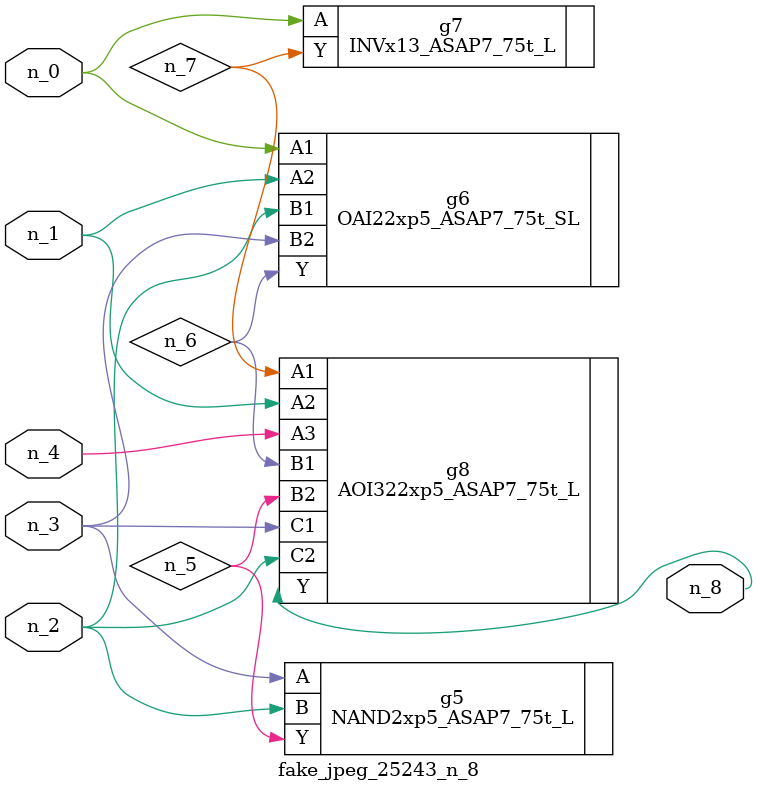
<source format=v>
module fake_jpeg_25243_n_8 (n_3, n_2, n_1, n_0, n_4, n_8);

input n_3;
input n_2;
input n_1;
input n_0;
input n_4;

output n_8;

wire n_6;
wire n_5;
wire n_7;

NAND2xp5_ASAP7_75t_L g5 ( 
.A(n_3),
.B(n_2),
.Y(n_5)
);

OAI22xp5_ASAP7_75t_SL g6 ( 
.A1(n_0),
.A2(n_1),
.B1(n_2),
.B2(n_3),
.Y(n_6)
);

INVx13_ASAP7_75t_L g7 ( 
.A(n_0),
.Y(n_7)
);

AOI322xp5_ASAP7_75t_L g8 ( 
.A1(n_7),
.A2(n_1),
.A3(n_4),
.B1(n_6),
.B2(n_5),
.C1(n_3),
.C2(n_2),
.Y(n_8)
);


endmodule
</source>
